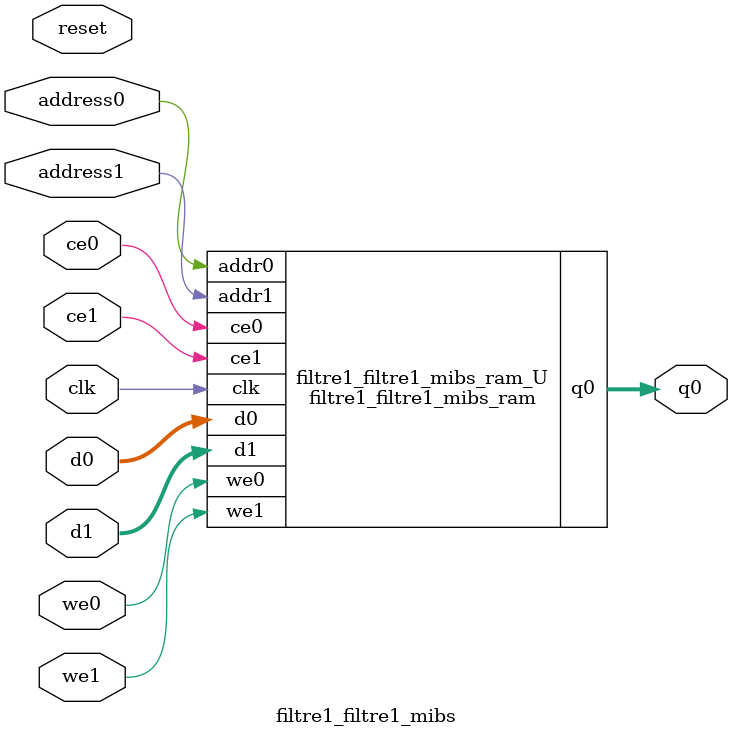
<source format=v>

`timescale 1 ns / 1 ps
module filtre1_filtre1_mibs_ram (addr0, ce0, d0, we0, q0, addr1, ce1, d1, we1,  clk);

parameter DWIDTH = 32;
parameter AWIDTH = 1;
parameter MEM_SIZE = 2;

input[AWIDTH-1:0] addr0;
input ce0;
input[DWIDTH-1:0] d0;
input we0;
output reg[DWIDTH-1:0] q0;
input[AWIDTH-1:0] addr1;
input ce1;
input[DWIDTH-1:0] d1;
input we1;
input clk;

(* ram_style = "block" *)reg [DWIDTH-1:0] ram[0:MEM_SIZE-1];




always @(posedge clk)  
begin 
    if (ce0) 
    begin
        if (we0) 
        begin 
            ram[addr0] <= d0; 
            q0 <= d0;
        end 
        else 
            q0 <= ram[addr0];
    end
end


always @(posedge clk)  
begin 
    if (ce1) 
    begin
        if (we1) 
        begin 
            ram[addr1] <= d1; 
        end 
    end
end


endmodule


`timescale 1 ns / 1 ps
module filtre1_filtre1_mibs(
    reset,
    clk,
    address0,
    ce0,
    we0,
    d0,
    q0,
    address1,
    ce1,
    we1,
    d1);

parameter DataWidth = 32'd32;
parameter AddressRange = 32'd2;
parameter AddressWidth = 32'd1;
input reset;
input clk;
input[AddressWidth - 1:0] address0;
input ce0;
input we0;
input[DataWidth - 1:0] d0;
output[DataWidth - 1:0] q0;
input[AddressWidth - 1:0] address1;
input ce1;
input we1;
input[DataWidth - 1:0] d1;



filtre1_filtre1_mibs_ram filtre1_filtre1_mibs_ram_U(
    .clk( clk ),
    .addr0( address0 ),
    .ce0( ce0 ),
    .d0( d0 ),
    .we0( we0 ),
    .q0( q0 ),
    .addr1( address1 ),
    .ce1( ce1 ),
    .d1( d1 ),
    .we1( we1 ));

endmodule


</source>
